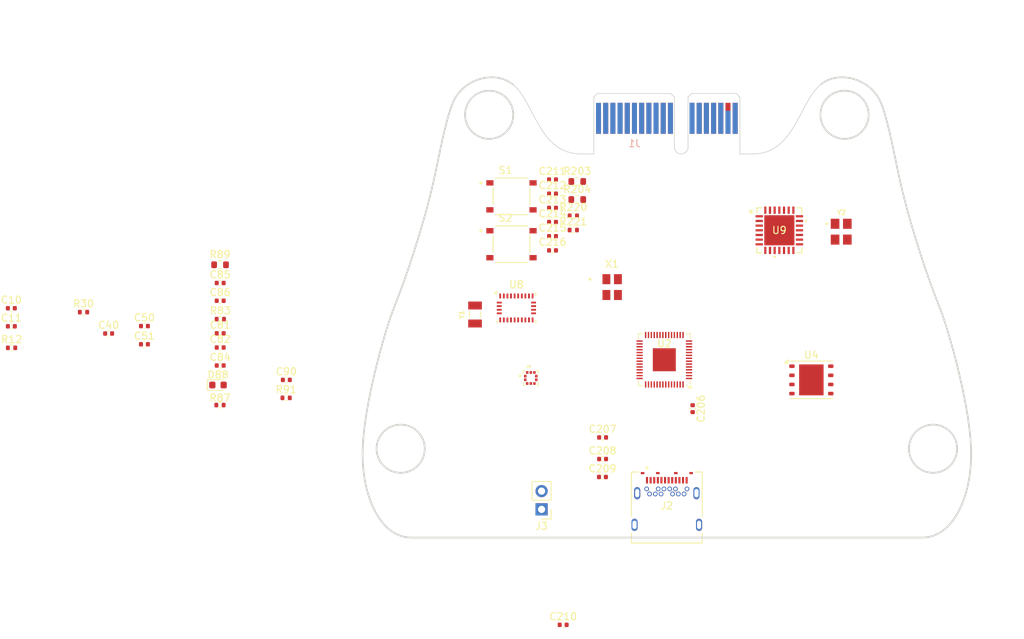
<source format=kicad_pcb>
(kicad_pcb (version 20240108) (generator "pcbnew") (generator_version "8.0")
  (layers (0 "F.Cu" signal) (31 "B.Cu" signal) (34 "B.Paste" user) (35 "F.Paste" user) (36 "B.SilkS" user "B.Silkscreen") (37 "F.SilkS" user "F.Silkscreen") (38 "B.Mask" user) (39 "F.Mask" user) (44 "Edge.Cuts" user))
  (net 0 "")
  (net 1 "CANL")
  (net 3 "+1.1V")
  (net 4 "+7.4V")
  (net 8 "CANH")
  (net 10 "CANINT")
  (net 15 "/XIN")
  (net 17 "Net-(U8-XOUT32)")
  (net 18 "BMPINT")
  (net 21 "Net-(U8-CAP)")
  (net 22 "BNORESET")
  (net 25 "BNOINT")
  (net 26 "Net-(U8-XIN32)")
  (net 29 "Net-(D88-A)")
  (net 34 "CS")
  (net 35 "CANSTBY")
  (net 36 "+3V3")
  (net 37 "SDA")
  (net 39 "Net-(S1-PadC)")
  (net 40 "GND")
  (net 42 "SCL")
  (net 44 "Net-(U2-USB_DP)")
  (net 46 "UDB_D+")
  (net 50 "Net-(C11-Pad1)")
  (net 55 "SI")
  (net 57 "SCK")
  (net 59 "SO")
  (net 60 "UDB_D-")
  (net 64 "/XOUT")
  (net 70 "OSC1")
  (net 73 "/USB_D+")
  (net 74 "BOOT_LOAD")
  (net 77 "OSC2")
  (net 90 "tx")
  (net 92 "/QSPI_SS")
  (net 93 "/QSPI_SCLK")
  (net 94 "/QSPI_SD1")
  (net 95 "/QSPI_SD0")
  (net 96 "/QSPI_SD3")
  (net 97 "/QSPI_SD2")
  (net 98 "/~{USB_BOOT_S}")
  (net 99 "/USB_D-")
  (net 100 "Net-(U2-USB_DM)")
  (net 101 "+3.3V")
  (net 102 "Net-(D88-K)")
  (net 107 "CANRESET")
  (net 109 "rx")
  (net 113 "+5V")
  (net 114 "Net-(S1-PadA)")
  (net 115 "Net-(S2-PadA)")
  (net 116 "Net-(S2-PadC)")
  (footprint "Package_SON:WSON-8-1EP_6x5mm_P1.27mm_EP3.4x4.3mm" (layer "F.Cu") (at 166.5 100.5)
    (property "Reference" "U4" (at 0 -3.45 0) (layer "F.SilkS"))
    (property "Value" "W25Q128JVP")
    (pad "1" smd roundrect (at -2.7 -1.905) (size 0.75 0.5) (layers "F.Cu" "F.Paste" "F.Mask") (net 92 "/QSPI_SS"))
    (pad "2" smd roundrect (at -2.7 -0.635) (size 0.75 0.5) (layers "F.Cu" "F.Paste" "F.Mask") (net 94 "/QSPI_SD1"))
    (pad "3" smd roundrect (at -2.7 0.635) (size 0.75 0.5) (layers "F.Cu" "F.Paste" "F.Mask") (net 97 "/QSPI_SD2"))
    (pad "4" smd roundrect (at -2.7 1.905) (size 0.75 0.5) (layers "F.Cu" "F.Paste" "F.Mask") (net 40 "GND"))
    (pad "5" smd roundrect (at 2.7 1.905) (size 0.75 0.5) (layers "F.Cu" "F.Paste" "F.Mask") (net 95 "/QSPI_SD0"))
    (pad "6" smd roundrect (at 2.7 0.635) (size 0.75 0.5) (layers "F.Cu" "F.Paste" "F.Mask") (net 93 "/QSPI_SCLK"))
    (pad "7" smd roundrect (at 2.7 -0.635) (size 0.75 0.5) (layers "F.Cu" "F.Paste" "F.Mask") (net 96 "/QSPI_SD3"))
    (pad "8" smd roundrect (at 2.7 -1.905) (size 0.75 0.5) (layers "F.Cu" "F.Paste" "F.Mask") (net 101 "+3.3V"))
    (pad "9" smd rect (at 0 0) (size 3.4 4.3) (property pad_prop_heatsink) (layers "F.Cu" "F.Mask"))
  )
  (footprint "Capacitor_SMD:C_0402_1005Metric" (layer "F.Cu") (at 130.52 78.56)
    (property "Reference" "C214" (at 0 -1.16 0) (layer "F.SilkS"))
    (property "Value" "100n")
    (pad "1" smd roundrect (at -0.48 0) (size 0.56 0.62) (layers "F.Cu" "F.Paste" "F.Mask") (net 101 "+3.3V"))
    (pad "2" smd roundrect (at 0.48 0) (size 0.56 0.62) (layers "F.Cu" "F.Paste" "F.Mask") (net 40 "GND"))
  )
  (footprint "Resistor_SMD:R_0402_1005Metric" (layer "F.Cu") (at 55.325 96.04)
    (property "Reference" "R12" (at 0 -1.17 0) (layer "F.SilkS"))
    (property "Value" "1k")
    (pad "1" smd roundrect (at -0.51 0) (size 0.54 0.64) (layers "F.Cu" "F.Paste" "F.Mask") (net 64 "/XOUT"))
    (pad "2" smd roundrect (at 0.51 0) (size 0.54 0.64) (layers "F.Cu" "F.Paste" "F.Mask") (net 50 "Net-(C11-Pad1)"))
  )
  (footprint "BMP388:PQFN50P200X200X80-10N" (layer "F.Cu") (at 127.5 100.235)
    (property "Reference" "U5" (at -0.284383 -1.605376 0) (layer "F.SilkS") (effects (font (size 0.320434 0.320434) (thickness 0.080109))))
    (property "Value" "BMP388")
    (pad "1" smd roundrect (at -0.765 -0.25) (size 0.35 0.38) (layers "F.Cu" "F.Paste" "F.Mask") (roundrect_rratio 0.045) (net 101 "+3.3V"))
    (pad "2" smd roundrect (at -0.765 0.25) (size 0.35 0.38) (layers "F.Cu" "F.Paste" "F.Mask") (roundrect_rratio 0.045) (net 42 "SCL"))
    (pad "3" smd roundrect (at -0.5 0.765) (size 0.35 0.38) (layers "F.Cu" "F.Paste" "F.Mask") (roundrect_rratio 0.045) (net 40 "GND"))
    (pad "4" smd roundrect (at 0 0.765) (size 0.35 0.38) (layers "F.Cu" "F.Paste" "F.Mask") (roundrect_rratio 0.045) (net 37 "SDA"))
    (pad "5" smd roundrect (at 0.5 0.765) (size 0.35 0.38) (layers "F.Cu" "F.Paste" "F.Mask") (roundrect_rratio 0.045) (net 40 "GND"))
    (pad "6" smd roundrect (at 0.765 0.25) (size 0.35 0.38) (layers "F.Cu" "F.Paste" "F.Mask") (roundrect_rratio 0.045) (net 101 "+3.3V"))
    (pad "7" smd roundrect (at 0.765 -0.25) (size 0.35 0.38) (layers "F.Cu" "F.Paste" "F.Mask") (roundrect_rratio 0.045) (net 18 "BMPINT"))
    (pad "8" smd roundrect (at 0.5 -0.765) (size 0.35 0.38) (layers "F.Cu" "F.Paste" "F.Mask") (roundrect_rratio 0.045) (net 40 "GND"))
    (pad "9" smd roundrect (at 0 -0.765) (size 0.35 0.38) (layers "F.Cu" "F.Paste" "F.Mask") (roundrect_rratio 0.045) (net 40 "GND"))
    (pad "10" smd roundrect (at -0.5 -0.765) (size 0.35 0.38) (layers "F.Cu" "F.Paste" "F.Mask") (roundrect_rratio 0.045) (net 101 "+3.3V"))
  )
  (footprint "Resistor_SMD:R_0603_1608Metric" (layer "F.Cu") (at 133.96 75.43)
    (property "Reference" "R204" (at 0 -1.43 0) (layer "F.SilkS"))
    (property "Value" "27")
    (pad "1" smd roundrect (at -0.825 0) (size 0.8 0.95) (layers "F.Cu" "F.Paste" "F.Mask") (net 99 "/USB_D-"))
    (pad "2" smd roundrect (at 0.825 0) (size 0.8 0.95) (layers "F.Cu" "F.Paste" "F.Mask") (net 100 "Net-(U2-USB_DM)"))
  )
  (footprint "Capacitor_SMD:C_0402_1005Metric" (layer "F.Cu") (at 130.52 74.62)
    (property "Reference" "C212" (at 0 -1.16 0) (layer "F.SilkS"))
    (property "Value" "100n")
    (pad "1" smd roundrect (at -0.48 0) (size 0.56 0.62) (layers "F.Cu" "F.Paste" "F.Mask") (net 101 "+3.3V"))
    (pad "2" smd roundrect (at 0.48 0) (size 0.56 0.62) (layers "F.Cu" "F.Paste" "F.Mask") (net 40 "GND"))
  )
  (footprint "Capacitor_SMD:C_0402_1005Metric" (layer "F.Cu") (at 137.48 108.5)
    (property "Reference" "C207" (at 0 -1.16 0) (layer "F.SilkS"))
    (property "Value" "100n")
    (pad "1" smd roundrect (at -0.48 0) (size 0.56 0.62) (layers "F.Cu" "F.Paste" "F.Mask") (net 3 "+1.1V"))
    (pad "2" smd roundrect (at 0.48 0) (size 0.56 0.62) (layers "F.Cu" "F.Paste" "F.Mask") (net 40 "GND"))
  )
  (footprint "Capacitor_SMD:C_0402_1005Metric" (layer "F.Cu") (at 84.325 98.5)
    (property "Reference" "C84" (at 0 -1.16 0) (layer "F.SilkS"))
    (property "Value" "1u")
    (pad "1" smd roundrect (at -0.48 0) (size 0.56 0.62) (layers "F.Cu" "F.Paste" "F.Mask") (net 40 "GND"))
    (pad "2" smd roundrect (at 0.48 0) (size 0.56 0.62) (layers "F.Cu" "F.Paste" "F.Mask") (net 21 "Net-(U8-CAP)"))
  )
  (footprint "X322516MLB4SI:OSC_X322516MLB4SI" (layer "F.Cu") (at 170.65 79.9)
    (property "Reference" "Y2" (at 0.032 -2.6564 0) (layer "F.SilkS") (effects (font (size 0.64 0.64))))
    (property "Value" "X322516MLB4SI")
    (pad "1" smd rect (at -0.85 -1.1) (size 1.2 1.4) (layers "F.Cu" "F.Paste" "F.Mask") (net 70 "OSC1"))
    (pad "2" smd rect (at -0.85 1.1) (size 1.2 1.4) (layers "F.Cu" "F.Paste" "F.Mask") (net 40 "GND"))
    (pad "3" smd rect (at 0.85 1.1) (size 1.2 1.4) (layers "F.Cu" "F.Paste" "F.Mask") (net 77 "OSC2"))
    (pad "4" smd rect (at 0.85 -1.1) (size 1.2 1.4) (layers "F.Cu" "F.Paste" "F.Mask") (net 40 "GND"))
  )
  (footprint "TS-1187A-B-A-B:SW_TS-1187A-B-A-B" (layer "F.Cu") (at 124.815 81.64)
    (property "Reference" "S2" (at -0.825 -3.635 0) (layer "F.SilkS"))
    (property "Value" "TS-1187A-B-A-B")
    (pad "A" smd rect (at -3 -1.875) (size 1 0.75) (layers "F.Cu" "F.Paste" "F.Mask") (net 115 "Net-(S2-PadA)"))
    (pad "B" smd rect (at 3 -1.875) (size 1 0.75) (layers "F.Cu" "F.Paste" "F.Mask") (net 115 "Net-(S2-PadA)"))
    (pad "C" smd rect (at -3 1.875) (size 1 0.75) (layers "F.Cu" "F.Paste" "F.Mask") (net 116 "Net-(S2-PadC)"))
    (pad "D" smd rect (at 3 1.875) (size 1 0.75) (layers "F.Cu" "F.Paste" "F.Mask") (net 116 "Net-(S2-PadC)"))
  )
  (footprint "TYPE-C-31-M-04:HRO_TYPE-C-31-M-04" (layer "F.Cu") (at 146.41 114.4475)
    (property "Reference" "J2" (at 0 3.5525 0) (layer "F.SilkS"))
    (property "Value" "TYPE-C-31-M-04")
    (pad "" np_thru_hole circle (at -3.6 0.56) (size 0.675 0.675) (drill 0.675) (layers "*.Cu" "*.Mask"))
    (pad "" np_thru_hole circle (at 3.75 0.56) (size 0.675 0.675) (drill 0.675) (layers "*.Cu" "*.Mask"))
    (pad "A1" smd rect (at -2.75 0) (size 0.3 0.9) (layers "F.Cu" "F.Paste" "F.Mask") (net 40 "GND"))
    (pad "A2" smd rect (at -2.25 0) (size 0.3 0.9) (layers "F.Cu" "F.Paste" "F.Mask"))
    (pad "A3" smd rect (at -1.75 0) (size 0.3 0.9) (layers "F.Cu" "F.Paste" "F.Mask"))
    (pad "A4" smd rect (at -1.25 0) (size 0.3 0.9) (layers "F.Cu" "F.Paste" "F.Mask"))
    (pad "A5" smd rect (at -0.75 0) (size 0.3 0.9) (layers "F.Cu" "F.Paste" "F.Mask"))
    (pad "A6" smd rect (at -0.25 0) (size 0.3 0.9) (layers "F.Cu" "F.Paste" "F.Mask") (net 46 "UDB_D+"))
    (pad "A7" smd rect (at 0.25 0) (size 0.3 0.9) (layers "F.Cu" "F.Paste" "F.Mask") (net 60 "UDB_D-"))
    (pad "A8" smd rect (at 0.75 0) (size 0.3 0.9) (layers "F.Cu" "F.Paste" "F.Mask"))
    (pad "A9" smd rect (at 1.25 0) (size 0.3 0.9) (layers "F.Cu" "F.Paste" "F.Mask"))
    (pad "A10" smd rect (at 1.75 0) (size 0.3 0.9) (layers "F.Cu" "F.Paste" "F.Mask"))
    (pad "A11" smd rect (at 2.25 0) (size 0.3 0.9) (layers "F.Cu" "F.Paste" "F.Mask"))
    (pad "A12" smd rect (at 2.75 0) (size 0.3 0.9) (layers "F.Cu" "F.Paste" "F.Mask") (net 40 "GND"))
    (pad "B1" thru_hole circle (at 2.8 1.21) (size 0.64 0.64) (drill 0.4) (layers "*.Cu" "*.Mask") (net 40 "GND"))
    (pad "B2" thru_hole circle (at 2.4 1.91) (size 0.64 0.64) (drill 0.4) (layers "*.Cu" "*.Mask"))
    (pad "B3" thru_hole circle (at 1.6 1.91) (size 0.64 0.64) (drill 0.4) (layers "*.Cu" "*.Mask"))
    (pad "B4" thru_hole circle (at 1.2 1.21) (size 0.64 0.64) (drill 0.4) (layers "*.Cu" "*.Mask"))
    (pad "B5" thru_hole circle (at 0.8 1.91) (size 0.64 0.64) (drill 0.4) (layers "*.Cu" "*.Mask"))
    (pad "B6" thru_hole circle (at 0.4 1.21) (size 0.64 0.64) (drill 0.4) (layers "*.Cu" "*.Mask") (net 46 "UDB_D+"))
    (pad "B7" thru_hole circle (at -0.4 1.21) (size 0.64 0.64) (drill 0.4) (layers "*.Cu" "*.Mask") (net 60 "UDB_D-"))
    (pad "B8" thru_hole circle (at -0.8 1.91) (size 0.64 0.64) (drill 0.4) (layers "*.Cu" "*.Mask"))
    (pad "B9" thru_hole circle (at -1.2 1.21) (size 0.64 0.64) (drill 0.4) (layers "*.Cu" "*.Mask"))
    (pad "B10" thru_hole circle (at -1.6 1.91) (size 0.64 0.64) (drill 0.4) (layers "*.Cu" "*.Mask"))
    (pad "B11" thru_hole circle (at -2.4 1.91) (size 0.64 0.64) (drill 0.4) (layers "*.Cu" "*.Mask"))
    (pad "B12" thru_hole circle (at -2.8 1.21) (size 0.64 0.64) (drill 0.4) (layers "*.Cu" "*.Mask") (net 40 "GND"))
    (pad "S1" smd rect (at -3.37 -0.99) (size 0.5 0.3) (layers "F.Cu" "F.Paste" "F.Mask") (net 40 "GND"))
    (pad "S2" smd rect (at -1.25 -0.99) (size 0.5 0.3) (layers "F.Cu" "F.Paste" "F.Mask") (net 40 "GND"))
    (pad "S3" smd rect (at 1.25 -0.99) (size 0.5 0.3) (layers "F.Cu" "F.Paste" "F.Mask") (net 40 "GND"))
    (pad "S4" smd rect (at 3.38 -0.99) (size 0.5 0.3) (layers "F.Cu" "F.Paste" "F.Mask") (net 40 "GND"))
    (pad "S5" thru_hole oval (at -4.12 1.8) (size 0.85 1.7) (drill oval 0.55 1.15) (layers "*.Cu" "*.Mask") (net 40 "GND"))
    (pad "S6" thru_hole oval (at 4.12 1.8) (size 0.85 1.7) (drill oval 0.55 1.15) (layers "*.Cu" "*.Mask") (net 40 "GND"))
    (pad "S7" thru_hole oval (at -4.49 6.2) (size 0.85 1.7) (drill oval 0.55 1.15) (layers "*.Cu" "*.Mask") (net 40 "GND"))
    (pad "S8" thru_hole oval (at 4.48 6.2) (size 0.85 1.7) (drill oval 0.55 1.15) (layers "*.Cu" "*.Mask") (net 40 "GND"))
  )
  (footprint "Capacitor_SMD:C_0402_1005Metric" (layer "F.Cu") (at 84.325 89.5)
    (property "Reference" "C86" (at 0 -1.16 0) (layer "F.SilkS"))
    (property "Value" "22p")
    (pad "1" smd roundrect (at -0.48 0) (size 0.56 0.62) (layers "F.Cu" "F.Paste" "F.Mask") (net 40 "GND"))
    (pad "2" smd roundrect (at 0.48 0) (size 0.56 0.62) (layers "F.Cu" "F.Paste" "F.Mask") (net 26 "Net-(U8-XIN32)"))
  )
  (footprint "MCP25625T_E_ML:QFN28_6X6MC_MCH" (layer "F.Cu") (at 162.050001 79.706)
    (property "Reference" "U9" (at 0 0 0) (layer "F.SilkS"))
    (property "Value" "MCP25625T-E/ML")
    (fp_text user "*" (at -3.937 -2.275 0) (layer "F.SilkS"))
    (fp_text user "*" (at -3.937 -2.275 0) (layer "F.SilkS"))
    (pad "1" smd rect (at -2.794 -1.950001 90) (size 0.3048 1.016) (layers "F.Cu" "F.Paste" "F.Mask") (net 34 "CS"))
    (pad "2" smd rect (at -2.794 -1.3 90) (size 0.3048 1.016) (layers "F.Cu" "F.Paste" "F.Mask") (net 107 "CANRESET"))
    (pad "3" smd rect (at -2.794 -0.649999 90) (size 0.3048 1.016) (layers "F.Cu" "F.Paste" "F.Mask") (net 101 "+3.3V"))
    (pad "4" smd rect (at -2.794 0 90) (size 0.3048 1.016) (layers "F.Cu" "F.Paste" "F.Mask") (net 90 "tx"))
    (pad "5" smd rect (at -2.794 0.649999 90) (size 0.3048 1.016) (layers "F.Cu" "F.Paste" "F.Mask") (net 109 "rx"))
    (pad "6" smd rect (at -2.794 1.3 90) (size 0.3048 1.016) (layers "F.Cu" "F.Paste" "F.Mask"))
    (pad "7" smd rect (at -2.794 1.949999 90) (size 0.3048 1.016) (layers "F.Cu" "F.Paste" "F.Mask"))
    (pad "8" smd rect (at -1.950001 2.794) (size 0.3048 1.016) (layers "F.Cu" "F.Paste" "F.Mask"))
    (pad "9" smd rect (at -1.3 2.794) (size 0.3048 1.016) (layers "F.Cu" "F.Paste" "F.Mask"))
    (pad "10" smd rect (at -0.650001 2.794) (size 0.3048 1.016) (layers "F.Cu" "F.Paste" "F.Mask") (net 109 "rx"))
    (pad "11" smd rect (at 0 2.794) (size 0.3048 1.016) (layers "F.Cu" "F.Paste" "F.Mask") (net 101 "+3.3V"))
    (pad "12" smd rect (at 0.649999 2.794) (size 0.3048 1.016) (layers "F.Cu" "F.Paste" "F.Mask") (net 1 "CANL"))
    (pad "13" smd rect (at 1.3 2.794) (size 0.3048 1.016) (layers "F.Cu" "F.Paste" "F.Mask") (net 8 "CANH"))
    (pad "14" smd rect (at 1.949999 2.794) (size 0.3048 1.016) (layers "F.Cu" "F.Paste" "F.Mask"))
    (pad "15" smd rect (at 2.794 1.950001 90) (size 0.3048 1.016) (layers "F.Cu" "F.Paste" "F.Mask") (net 35 "CANSTBY"))
    (pad "16" smd rect (at 2.794 1.3 90) (size 0.3048 1.016) (layers "F.Cu" "F.Paste" "F.Mask") (net 90 "tx"))
    (pad "17" smd rect (at 2.794 0.650001 90) (size 0.3048 1.016) (layers "F.Cu" "F.Paste" "F.Mask"))
    (pad "18" smd rect (at 2.794 0 90) (size 0.3048 1.016) (layers "F.Cu" "F.Paste" "F.Mask") (net 40 "GND"))
    (pad "19" smd rect (at 2.794 -0.649999 90) (size 0.3048 1.016) (layers "F.Cu" "F.Paste" "F.Mask") (net 113 "+5V"))
    (pad "20" smd rect (at 2.794 -1.3 90) (size 0.3048 1.016) (layers "F.Cu" "F.Paste" "F.Mask") (net 77 "OSC2"))
    (pad "21" smd rect (at 2.794 -1.949999 90) (size 0.3048 1.016) (layers "F.Cu" "F.Paste" "F.Mask") (net 70 "OSC1"))
    (pad "22" smd rect (at 1.950001 -2.794) (size 0.3048 1.016) (layers "F.Cu" "F.Paste" "F.Mask") (net 40 "GND"))
    (pad "23" smd rect (at 1.3 -2.794) (size 0.3048 1.016) (layers "F.Cu" "F.Paste" "F.Mask"))
    (pad "24" smd rect (at 0.650001 -2.794) (size 0.3048 1.016) (layers "F.Cu" "F.Paste" "F.Mask"))
    (pad "25" smd rect (at 0 -2.794) (size 0.3048 1.016) (layers "F.Cu" "F.Paste" "F.Mask") (net 10 "CANINT"))
    (pad "26" smd rect (at -0.649999 -2.794) (size 0.3048 1.016) (layers "F.Cu" "F.Paste" "F.Mask") (net 57 "SCK"))
    (pad "27" smd rect (at -1.3 -2.794) (size 0.3048 1.016) (layers "F.Cu" "F.Paste" "F.Mask") (net 55 "SI"))
    (pad "28" smd rect (at -1.949999 -2.794) (size 0.3048 1.016) (layers "F.Cu" "F.Paste" "F.Mask") (net 59 "SO"))
    (pad "29" smd rect (at 0 0) (size 4.191 4.191) (layers "F.Cu" "F.Paste" "F.Mask") (net 40 "GND"))
  )
  (footprint "Resistor_SMD:R_0402_1005Metric" (layer "F.Cu") (at 133.41 79.67)
    (property "Reference" "R221" (at 0 -1.17 0) (layer "F.SilkS"))
    (property "Value" "4.7k")
    (pad "1" smd roundrect (at -0.51 0) (size 0.54 0.64) (layers "F.Cu" "F.Paste" "F.Mask") (net 42 "SCL"))
    (pad "2" smd roundrect (at 0.51 0) (size 0.54 0.64) (layers "F.Cu" "F.Paste" "F.Mask") (net 36 "+3V3"))
  )
  (footprint "Capacitor_SMD:C_0402_1005Metric" (layer "F.Cu") (at 55.295 90.54)
    (property "Reference" "C10" (at 0 -1.16 0) (layer "F.SilkS"))
    (property "Value" "15p")
    (pad "1" smd roundrect (at -0.48 0) (size 0.56 0.62) (layers "F.Cu" "F.Paste" "F.Mask") (net 15 "/XIN"))
    (pad "2" smd roundrect (at 0.48 0) (size 0.56 0.62) (layers "F.Cu" "F.Paste" "F.Mask") (net 40 "GND"))
  )
  (footprint "Capacitor_SMD:C_0402_1005Metric" (layer "F.Cu") (at 150 104.5 -90)
    (property "Reference" "C206" (at 0 -1.16 90) (layer "F.SilkS"))
    (property "Value" "100n")
    (pad "1" smd roundrect (at -0.48 0 270) (size 0.56 0.62) (layers "F.Cu" "F.Paste" "F.Mask") (net 3 "+1.1V"))
    (pad "2" smd roundrect (at 0.48 0 270) (size 0.56 0.62) (layers "F.Cu" "F.Paste" "F.Mask") (net 40 "GND"))
  )
  (footprint "Capacitor_SMD:C_0402_1005Metric" (layer "F.Cu") (at 130.52 72.65)
    (property "Reference" "C211" (at 0 -1.16 0) (layer "F.SilkS"))
    (property "Value" "100n")
    (pad "1" smd roundrect (at -0.48 0) (size 0.56 0.62) (layers "F.Cu" "F.Paste" "F.Mask") (net 101 "+3.3V"))
    (pad "2" smd roundrect (at 0.48 0) (size 0.56 0.62) (layers "F.Cu" "F.Paste" "F.Mask") (net 40 "GND"))
  )
  (footprint "LED_SMD:LED_0603_1608Metric" (layer "F.Cu") (at 84.0175 101.21)
    (property "Reference" "D88" (at 0 -1.43 0) (layer "F.SilkS"))
    (property "Value" "LED")
    (pad "1" smd roundrect (at -0.7875 0) (size 0.875 0.95) (layers "F.Cu" "F.Paste" "F.Mask") (net 102 "Net-(D88-K)"))
    (pad "2" smd roundrect (at 0.7875 0) (size 0.875 0.95) (layers "F.Cu" "F.Paste" "F.Mask") (net 29 "Net-(D88-A)"))
  )
  (footprint "Capacitor_SMD:C_0402_1005Metric" (layer "F.Cu") (at 137.48 111.5)
    (property "Reference" "C208" (at 0 -1.16 0) (layer "F.SilkS"))
    (property "Value" "1u")
    (pad "1" smd roundrect (at -0.48 0) (size 0.56 0.62) (layers "F.Cu" "F.Paste" "F.Mask") (net 3 "+1.1V"))
    (pad "2" smd roundrect (at 0.48 0) (size 0.56 0.62) (layers "F.Cu" "F.Paste" "F.Mask") (net 40 "GND"))
  )
  (footprint "Capacitor_SMD:C_0402_1005Metric" (layer "F.Cu") (at 84.325 94.03)
    (property "Reference" "C81" (at 0 -1.16 0) (layer "F.SilkS"))
    (property "Value" "100n")
    (pad "1" smd roundrect (at -0.48 0) (size 0.56 0.62) (layers "F.Cu" "F.Paste" "F.Mask") (net 101 "+3.3V"))
    (pad "2" smd roundrect (at 0.48 0) (size 0.56 0.62) (layers "F.Cu" "F.Paste" "F.Mask") (net 40 "GND"))
  )
  (footprint "Resistor_SMD:R_0402_1005Metric" (layer "F.Cu") (at 84.295 104)
    (property "Reference" "R87" (at 0 -1 0) (layer "F.SilkS"))
    (property "Value" "10k")
    (pad "1" smd roundrect (at -0.51 0) (size 0.54 0.64) (layers "F.Cu" "F.Paste" "F.Mask") (net 74 "BOOT_LOAD"))
    (pad "2" smd roundrect (at 0.51 0) (size 0.54 0.64) (layers "F.Cu" "F.Paste" "F.Mask") (net 101 "+3.3V"))
  )
  (footprint "Capacitor_SMD:C_0402_1005Metric" (layer "F.Cu") (at 55.295 93.05)
    (property "Reference" "C11" (at 0 -1.16 0) (layer "F.SilkS"))
    (property "Value" "15p")
    (pad "1" smd roundrect (at -0.48 0) (size 0.56 0.62) (layers "F.Cu" "F.Paste" "F.Mask") (net 50 "Net-(C11-Pad1)"))
    (pad "2" smd roundrect (at 0.48 0) (size 0.56 0.62) (layers "F.Cu" "F.Paste" "F.Mask") (net 40 "GND"))
  )
  (footprint "crystal:ABM8-272-T3_ABR" (layer "F.Cu") (at 138.8123 87.6)
    (property "Reference" "X1" (at -0.020001 -3.2 0) (layer "F.SilkS"))
    (property "Value" "ABM8-272-T3")
    (pad "1" smd rect (at -0.800001 -1.1) (size 1.1 1.4) (layers "F.Cu" "F.Paste" "F.Mask") (net 15 "/XIN"))
    (pad "2" smd rect (at -0.800001 1.1) (size 1.1 1.4) (layers "F.Cu" "F.Paste" "F.Mask") (net 40 "GND"))
    (pad "3" smd rect (at 0.800001 1.1) (size 1.1 1.4) (layers "F.Cu" "F.Paste" "F.Mask") (net 50 "Net-(C11-Pad1)"))
    (pad "4" smd rect (at 0.800001 -1.1) (size 1.1 1.4) (layers "F.Cu" "F.Paste" "F.Mask") (net 40 "GND"))
  )
  (footprint "Capacitor_SMD:C_0402_1005Metric" (layer "F.Cu") (at 130.52 76.59)
    (property "Reference" "C213" (at 0 -1.16 0) (layer "F.SilkS"))
    (property "Value" "100n")
    (pad "1" smd roundrect (at -0.48 0) (size 0.56 0.62) (layers "F.Cu" "F.Paste" "F.Mask") (net 101 "+3.3V"))
    (pad "2" smd roundrect (at 0.48 0) (size 0.56 0.62) (layers "F.Cu" "F.Paste" "F.Mask") (net 40 "GND"))
  )
  (footprint "Capacitor_SMD:C_0402_1005Metric" (layer "F.Cu") (at 130.52 82.5)
    (property "Reference" "C216" (at 0 -1.16 0) (layer "F.SilkS"))
    (property "Value" "100n")
    (pad "1" smd roundrect (at -0.48 0) (size 0.56 0.62) (layers "F.Cu" "F.Paste" "F.Mask") (net 101 "+3.3V"))
    (pad "2" smd roundrect (at 0.48 0) (size 0.56 0.62) (layers "F.Cu" "F.Paste" "F.Mask") (net 40 "GND"))
  )
  (footprint "Connector_PinHeader_2.54mm:PinHeader_1x02_P2.54mm_Vertical" (layer "F.Cu") (at 129 118.5 180)
    (property "Reference" "J3" (at 0 -2.33 360) (layer "F.SilkS"))
    (property "Value" "Conn_01x02")
    (pad "1" thru_hole rect (at 0 0 180) (size 1.7 1.7) (drill 1) (layers "*.Cu" "*.Mask") (net 98 "/~{USB_BOOT_S}"))
    (pad "2" thru_hole oval (at 0 2.54 180) (size 1.7 1.7) (drill 1) (layers "*.Cu" "*.Mask") (net 40 "GND"))
  )
  (footprint "Capacitor_SMD:C_0402_1005Metric" (layer "F.Cu") (at 130.52 80.53)
    (property "Reference" "C215" (at 0 -1.16 0) (layer "F.SilkS"))
    (property "Value" "100n")
    (pad "1" smd roundrect (at -0.48 0) (size 0.56 0.62) (layers "F.Cu" "F.Paste" "F.Mask") (net 101 "+3.3V"))
    (pad "2" smd roundrect (at 0.48 0) (size 0.56 0.62) (layers "F.Cu" "F.Paste" "F.Mask") (net 40 "GND"))
  )
  (footprint "Resistor_SMD:R_0402_1005Metric" (layer "F.Cu") (at 93.49 103)
    (property "Reference" "R91" (at 0 -1.17 0) (layer "F.SilkS"))
    (property "Value" "10k")
    (pad "1" smd roundrect (at -0.51 0) (size 0.54 0.64) (layers "F.Cu" "F.Paste" "F.Mask") (net 101 "+3.3V"))
    (pad "2" smd roundrect (at 0.51 0) (size 0.54 0.64) (layers "F.Cu" "F.Paste" "F.Mask") (net 107 "CANRESET"))
  )
  (footprint "Capacitor_SMD:C_0402_1005Metric" (layer "F.Cu") (at 84.325 96)
    (property "Reference" "C82" (at 0 -1.16 0) (layer "F.SilkS"))
    (property "Value" "100n")
    (pad "1" smd roundrect (at -0.48 0) (size 0.56 0.62) (layers "F.Cu" "F.Paste" "F.Mask") (net 40 "GND"))
    (pad "2" smd roundrect (at 0.48 0) (size 0.56 0.62) (layers "F.Cu" "F.Paste" "F.Mask") (net 101 "+3.3V"))
  )
  (footprint "Capacitor_SMD:C_0402_1005Metric" (layer "F.Cu") (at 132 134.55)
    (property "Reference" "C210" (at 0 -1.16 0) (layer "F.SilkS"))
    (property "Value" "1u")
    (pad "1" smd roundrect (at -0.48 0) (size 0.56 0.62) (layers "F.Cu" "F.Paste" "F.Mask") (net 101 "+3.3V"))
    (pad "2" smd roundrect (at 0.48 0) (size 0.56 0.62) (layers "F.Cu" "F.Paste" "F.Mask") (net 40 "GND"))
  )
  (footprint "Capacitor_SMD:C_0402_1005Metric" (layer "F.Cu") (at 84.325 87.03)
    (property "Reference" "C85" (at 0 -1.16 0) (layer "F.SilkS"))
    (property "Value" "22p")
    (pad "1" smd roundrect (at -0.48 0) (size 0.56 0.62) (layers "F.Cu" "F.Paste" "F.Mask") (net 17 "Net-(U8-XOUT32)"))
    (pad "2" smd roundrect (at 0.48 0) (size 0.56 0.62) (layers "F.Cu" "F.Paste" "F.Mask") (net 40 "GND"))
  )
  (footprint "Package_LGA:LGA-28_5.2x3.8mm_P0.5mm" (layer "F.Cu") (at 125.5 90.5)
    (property "Reference" "U8" (at 0 -3.25 0) (layer "F.SilkS"))
    (property "Value" "BNO055")
    (pad "1" smd rect (at -2.25 -1.6625) (size 0.254 0.675) (layers "F.Cu" "F.Paste" "F.Mask"))
    (pad "2" smd rect (at -2.3875 -0.75 90) (size 0.254 0.675) (layers "F.Cu" "F.Paste" "F.Mask") (net 40 "GND"))
    (pad "3" smd rect (at -2.3875 -0.25 90) (size 0.254 0.675) (layers "F.Cu" "F.Paste" "F.Mask") (net 101 "+3.3V"))
    (pad "4" smd rect (at -2.3875 0.25 90) (size 0.254 0.675) (layers "F.Cu" "F.Paste" "F.Mask") (net 74 "BOOT_LOAD"))
    (pad "5" smd rect (at -2.3875 0.75 90) (size 0.254 0.675) (layers "F.Cu" "F.Paste" "F.Mask") (net 40 "GND"))
    (pad "6" smd rect (at -2.25 1.6625) (size 0.254 0.675) (layers "F.Cu" "F.Paste" "F.Mask") (net 40 "GND"))
    (pad "7" smd rect (at -1.75 1.6625) (size 0.254 0.675) (layers "F.Cu" "F.Paste" "F.Mask"))
    (pad "8" smd rect (at -1.25 1.6625) (size 0.254 0.675) (layers "F.Cu" "F.Paste" "F.Mask"))
    (pad "9" smd rect (at -0.75 1.6625) (size 0.254 0.675) (layers "F.Cu" "F.Paste" "F.Mask") (net 21 "Net-(U8-CAP)"))
    (pad "10" smd rect (at -0.25 1.6625) (size 0.254 0.675) (layers "F.Cu" "F.Paste" "F.Mask") (net 29 "Net-(D88-A)"))
    (pad "11" smd rect (at 0.25 1.6625) (size 0.254 0.675) (layers "F.Cu" "F.Paste" "F.Mask") (net 22 "BNORESET"))
    (pad "12" smd rect (at 0.75 1.6625) (size 0.254 0.675) (layers "F.Cu" "F.Paste" "F.Mask"))
    (pad "13" smd rect (at 1.25 1.6625) (size 0.254 0.675) (layers "F.Cu" "F.Paste" "F.Mask"))
    (pad "14" smd rect (at 1.75 1.6625) (size 0.254 0.675) (layers "F.Cu" "F.Paste" "F.Mask") (net 25 "BNOINT"))
    (pad "15" smd rect (at 2.25 1.6625) (size 0.254 0.675) (layers "F.Cu" "F.Paste" "F.Mask") (net 40 "GND"))
    (pad "16" smd rect (at 2.3875 0.75 90) (size 0.254 0.675) (layers "F.Cu" "F.Paste" "F.Mask") (net 40 "GND"))
    (pad "17" smd rect (at 2.3875 0.25 90) (size 0.254 0.675) (layers "F.Cu" "F.Paste" "F.Mask") (net 40 "GND"))
    (pad "18" smd rect (at 2.3875 -0.25 90) (size 0.254 0.675) (layers "F.Cu" "F.Paste" "F.Mask") (net 40 "GND"))
    (pad "19" smd rect (at 2.3875 -0.75 90) (size 0.254 0.675) (layers "F.Cu" "F.Paste" "F.Mask") (net 42 "SCL"))
    (pad "20" smd rect (at 2.25 -1.6625) (size 0.254 0.675) (layers "F.Cu" "F.Paste" "F.Mask") (net 37 "SDA"))
    (pad "21" smd rect (at 1.75 -1.6625) (size 0.254 0.675) (layers "F.Cu" "F.Paste" "F.Mask"))
    (pad "22" smd rect (at 1.25 -1.6625) (size 0.254 0.675) (layers "F.Cu" "F.Paste" "F.Mask"))
    (pad "23" smd rect (at 0.75 -1.6625) (size 0.254 0.675) (layers "F.Cu" "F.Paste" "F.Mask"))
    (pad "24" smd rect (at 0.25 -1.6625) (size 0.254 0.675) (layers "F.Cu" "F.Paste" "F.Mask"))
    (pad "25" smd rect (at -0.25 -1.6625) (size 0.254 0.675) (layers "F.Cu" "F.Paste" "F.Mask") (net 40 "GND"))
    (pad "26" smd rect (at -0.75 -1.6625) (size 0.254 0.675) (layers "F.Cu" "F.Paste" "F.Mask") (net 17 "Net-(U8-XOUT32)"))
    (pad "27" smd rect (at -1.25 -1.6625) (size 0.254 0.675) (layers "F.Cu" "F.Paste" "F.Mask") (net 26 "Net-(U8-XIN32)"))
    (pad "28" smd rect (at -1.75 -1.6625) (size 0.254 0.675) (layers "F.Cu" "F.Paste" "F.Mask") (net 101 "+3.3V"))
  )
  (footprint "Resistor_SMD:R_0402_1005Metric" (layer "F.Cu") (at 133.41 77.68)
    (property "Reference" "R220" (at 0 -1.17 0) (layer "F.SilkS"))
    (property "Value" "4.7k")
    (pad "1" smd roundrect (at -0.51 0) (size 0.54 0.64) (layers "F.Cu" "F.Paste" "F.Mask") (net 36 "+3V3"))
    (pad "2" smd roundrect (at 0.51 0) (size 0.54 0.64) (layers "F.Cu" "F.Paste" "F.Mask") (net 37 "SDA"))
  )
  (footprint "ABS07-32.768KHZ-T:XTAL_ABS07-32.768KHZ-T" (layer "F.Cu") (at 119.75 91.4125 90)
    (property "Reference" "Y1" (at -0.018 -1.8564 90) (layer "F.SilkS") (effects (font (size 0.64 0.64))))
    (property "Value" "ABS07-32.768KHZ-T")
    (pad "1" smd rect (at -1.25 0 90) (size 1.1 1.9) (layers "F.Cu" "F.Paste" "F.Mask") (net 17 "Net-(U8-XOUT32)"))
    (pad "2" smd rect (at 1.25 0 90) (size 1.1 1.9) (layers "F.Cu" "F.Paste" "F.Mask") (net 26 "Net-(U8-XIN32)"))
  )
  (footprint "Resistor_SMD:R_0603_1608Metric" (layer "F.Cu") (at 133.96 72.92)
    (property "Reference" "R203" (at 0 -1.43 0) (layer "F.SilkS"))
    (property "Value" "27")
    (pad "1" smd roundrect (at -0.825 0) (size 0.8 0.95) (layers "F.Cu" "F.Paste" "F.Mask") (net 73 "/USB_D+"))
    (pad "2" smd roundrect (at 0.825 0) (size 0.8 0.95) (layers "F.Cu" "F.Paste" "F.Mask") (net 44 "Net-(U2-USB_DP)"))
  )
  (footprint "Package_DFN_QFN:QFN-56-1EP_7x7mm_P0.4mm_EP3.2x3.2mm" (layer "F.Cu") (at 146.0625 97.7 180)
    (property "Reference" "U2" (at -0.00616 2.249418 360) (layer "F.SilkS"))
    (property "Value" "RP2040")
    (pad "1" smd roundrect (at -3.4375 -2.6 180) (size 0.875 0.2) (layers "F.Cu" "F.Paste" "F.Mask") (net 101 "+3.3V"))
    (pad "2" smd roundrect (at -3.4375 -2.2 180) (size 0.875 0.2) (layers "F.Cu" "F.Paste" "F.Mask") (net 37 "SDA"))
    (pad "3" smd roundrect (at -3.4375 -1.8 180) (size 0.875 0.2) (layers "F.Cu" "F.Paste" "F.Mask") (net 42 "SCL"))
    (pad "4" smd roundrect (at -3.4375 -1.4 180) (size 0.875 0.2) (layers "F.Cu" "F.Paste" "F.Mask"))
    (pad "5" smd roundrect (at -3.4375 -1 180) (size 0.875 0.2) (layers "F.Cu" "F.Paste" "F.Mask") (net 18 "BMPINT"))
    (pad "6" smd roundrect (at -3.4375 -0.6 180) (size 0.875 0.2) (layers "F.Cu" "F.Paste" "F.Mask"))
    (pad "7" smd roundrect (at -3.4375 -0.2 180) (size 0.875 0.2) (layers "F.Cu" "F.Paste" "F.Mask"))
    (pad "8" smd roundrect (at -3.4375 0.2 180) (size 0.875 0.2) (layers "F.Cu" "F.Paste" "F.Mask") (net 25 "BNOINT"))
    (pad "9" smd roundrect (at -3.4375 0.6 180) (size 0.875 0.2) (layers "F.Cu" "F.Paste" "F.Mask") (net 22 "BNORESET"))
    (pad "10" smd roundrect (at -3.4375 1 180) (size 0.875 0.2) (layers "F.Cu" "F.Paste" "F.Mask") (net 101 "+3.3V"))
    (pad "11" smd roundrect (at -3.4375 1.4 180) (size 0.875 0.2) (layers "F.Cu" "F.Paste" "F.Mask") (net 74 "BOOT_LOAD"))
    (pad "12" smd roundrect (at -3.4375 1.8 180) (size 0.875 0.2) (layers "F.Cu" "F.Paste" "F.Mask"))
    (pad "13" smd roundrect (at -3.4375 2.2 180) (size 0.875 0.2) (layers "F.Cu" "F.Paste" "F.Mask"))
    (pad "14" smd roundrect (at -3.4375 2.6 180) (size 0.875 0.2) (layers "F.Cu" "F.Paste" "F.Mask") (net 55 "SI"))
    (pad "15" smd roundrect (at -2.6 3.4375 180) (size 0.2 0.875) (layers "F.Cu" "F.Paste" "F.Mask") (net 59 "SO"))
    (pad "16" smd roundrect (at -2.2 3.4375 180) (size 0.2 0.875) (layers "F.Cu" "F.Paste" "F.Mask") (net 34 "CS"))
    (pad "17" smd roundrect (at -1.8 3.4375 180) (size 0.2 0.875) (layers "F.Cu" "F.Paste" "F.Mask") (net 57 "SCK"))
    (pad "18" smd roundrect (at -1.4 3.4375 180) (size 0.2 0.875) (layers "F.Cu" "F.Paste" "F.Mask"))
    (pad "19" smd roundrect (at -1 3.4375 180) (size 0.2 0.875) (layers "F.Cu" "F.Paste" "F.Mask") (net 40 "GND"))
    (pad "20" smd roundrect (at -0.6 3.4375 180) (size 0.2 0.875) (layers "F.Cu" "F.Paste" "F.Mask") (net 15 "/XIN"))
    (pad "21" smd roundrect (at -0.2 3.4375 180) (size 0.2 0.875) (layers "F.Cu" "F.Paste" "F.Mask") (net 64 "/XOUT"))
    (pad "22" smd roundrect (at 0.2 3.4375 180) (size 0.2 0.875) (layers "F.Cu" "F.Paste" "F.Mask") (net 101 "+3.3V"))
    (pad "23" smd roundrect (at 0.6 3.4375 180) (size 0.2 0.875) (layers "F.Cu" "F.Paste" "F.Mask") (net 3 "+1.1V"))
    (pad "24" smd roundrect (at 1 3.4375 180) (size 0.2 0.875) (layers "F.Cu" "F.Paste" "F.Mask"))
    (pad "25" smd roundrect (at 1.4 3.4375 180) (size 0.2 0.875) (layers "F.Cu" "F.Paste" "F.Mask"))
    (pad "26" smd roundrect (at 1.8 3.4375 180) (size 0.2 0.875) (layers "F.Cu" "F.Paste" "F.Mask"))
    (pad "27" smd roundrect (at 2.2 3.4375 180) (size 0.2 0.875) (layers "F.Cu" "F.Paste" "F.Mask") (net 35 "CANSTBY"))
    (pad "28" smd roundrect (at 2.6 3.4375 180) (size 0.2 0.875) (layers "F.Cu" "F.Paste" "F.Mask") (net 10 "CANINT"))
    (pad "29" smd roundrect (at 3.4375 2.6 180) (size 0.875 0.2) (layers "F.Cu" "F.Paste" "F.Mask"))
    (pad "30" smd roundrect (at 3.4375 2.2 180) (size 0.875 0.2) (layers "F.Cu" "F.Paste" "F.Mask"))
    (pad "31" smd roundrect (at 3.4375 1.8 180) (size 0.875 0.2) (layers "F.Cu" "F.Paste" "F.Mask"))
    (pad "32" smd roundrect (at 3.4375 1.4 180) (size 0.875 0.2) (layers "F.Cu" "F.Paste" "F.Mask"))
    (pad "33" smd roundrect (at 3.4375 1 180) (size 0.875 0.2) (layers "F.Cu" "F.Paste" "F.Mask") (net 101 "+3.3V"))
    (pad "34" smd roundrect (at 3.4375 0.6 180) (size 0.875 0.2) (layers "F.Cu" "F.Paste" "F.Mask"))
    (pad "35" smd roundrect (at 3.4375 0.2 180) (size 0.875 0.2) (layers "F.Cu" "F.Paste" "F.Mask"))
    (pad "36" smd roundrect (at 3.4375 -0.2 180) (size 0.875 0.2) (layers "F.Cu" "F.Paste" "F.Mask"))
    (pad "37" smd roundrect (at 3.4375 -0.6 180) (size 0.875 0.2) (layers "F.Cu" "F.Paste" "F.Mask"))
    (pad "38" smd roundrect (at 3.4375 -1 180) (size 0.875 0.2) (layers "F.Cu" "F.Paste" "F.Mask"))
    (pad "39" smd roundrect (at 3.4375 -1.4 180) (size 0.875 0.2) (layers "F.Cu" "F.Paste" "F.Mask"))
    (pad "40" smd roundrect (at 3.4375 -1.8 180) (size 0.875 0.2) (layers "F.Cu" "F.Paste" "F.Mask"))
    (pad "41" smd roundrect (at 3.4375 -2.2 180) (size 0.875 0.2) (layers "F.Cu" "F.Paste" "F.Mask"))
    (pad "42" smd roundrect (at 3.4375 -2.6 180) (size 0.875 0.2) (layers "F.Cu" "F.Paste" "F.Mask") (net 101 "+3.3V"))
    (pad "43" smd roundrect (at 2.6 -3.4375 180) (size 0.2 0.875) (layers "F.Cu" "F.Paste" "F.Mask") (net 101 "+3.3V"))
    (pad "44" smd roundrect (at 2.2 -3.4375 180) (size 0.2 0.875) (layers "F.Cu" "F.Paste" "F.Mask") (net 101 "+3.3V"))
    (pad "45" smd roundrect (at 1.8 -3.4375 180) (size 0.2 0.875) (layers "F.Cu" "F.Paste" "F.Mask") (net 3 "+1.1V"))
    (pad "46" smd roundrect (at 1.4 -3.4375 180) (size 0.2 0.875) (layers "F.Cu" "F.Paste" "F.Mask") (net 100 "Net-(U2-USB_DM)"))
    (pad "47" smd roundrect (at 1 -3.4375 180) (size 0.2 0.875) (layers "F.Cu" "F.Paste" "F.Mask") (net 44 "Net-(U2-USB_DP)"))
    (pad "48" smd roundrect (at 0.6 -3.4375 180) (size 0.2 0.875) (layers "F.Cu" "F.Paste" "F.Mask") (net 101 "+3.3V"))
    (pad "49" smd roundrect (at 0.2 -3.4375 180) (size 0.2 0.875) (layers "F.Cu" "F.Paste" "F.Mask") (net 101 "+3.3V"))
    (pad "50" smd roundrect (at -0.2 -3.4375 180) (size 0.2 0.875) (layers "F.Cu" "F.Paste" "F.Mask") (net 3 "+1.1V"))
    (pad "51" smd roundrect (at -0.6 -3.4375 180) (size 0.2 0.875) (layers "F.Cu" "F.Paste" "F.Mask"))
    (pad "52" smd roundrect (at -1 -3.4375 180) (size 0.2 0.875) (layers "F.Cu" "F.Paste" "F.Mask") (net 93 "/QSPI_SCLK"))
    (pad "53" smd roundrect (at -1.4 -3.4375 180) (size 0.2 0.875) (layers "F.Cu" "F.Paste" "F.Mask"))
    (pad "54" smd roundrect (at -1.8 -3.4375 180) (size 0.2 0.875) (layers "F.Cu" "F.Paste" "F.Mask"))
    (pad "55" smd roundrect (at -2.2 -3.4375 180) (size 0.2 0.875) (layers "F.Cu" "F.Paste" "F.Mask"))
    (pad "56" smd roundrect (at -2.6 -3.4375 180) (size 0.2 0.875) (layers "F.Cu" "F.Paste" "F.Mask") (net 92 "/QSPI_SS"))
    (pad "57" smd rect (at 0 0 180) (size 3.2 3.2) (property pad_prop_heatsink) (layers "F.Cu" "F.Mask") (net 40 "GND"))
  )
  (footprint "Capacitor_SMD:C_0402_1005Metric" (layer "F.Cu") (at 73.795 93.02)
    (property "Reference" "C50" (at 0 -1.16 0) (layer "F.SilkS"))
    (property "Value" "100n")
    (pad "1" smd roundrect (at -0.48 0) (size 0.56 0.62) (layers "F.Cu" "F.Paste" "F.Mask") (net 101 "+3.3V"))
    (pad "2" smd roundrect (at 0.48 0) (size 0.56 0.62) (layers "F.Cu" "F.Paste" "F.Mask") (net 40 "GND"))
  )
  (footprint "Resistor_SMD:R_0402_1005Metric" (layer "F.Cu") (at 84.345 92.05)
    (property "Reference" "R83" (at 0 -1.17 0) (layer "F.SilkS"))
    (property "Value" "10k")
    (pad "1" smd roundrect (at -0.51 0) (size 0.54 0.64) (layers "F.Cu" "F.Paste" "F.Mask") (net 22 "BNORESET"))
    (pad "2" smd roundrect (at 0.51 0) (size 0.54 0.64) (layers "F.Cu" "F.Paste" "F.Mask") (net 101 "+3.3V"))
  )
  (footprint "Resistor_SMD:R_0402_1005Metric" (layer "F.Cu") (at 65.325 91.08)
    (property "Reference" "R30" (at 0 -1.17 0) (layer "F.SilkS"))
    (property "Value" "1k")
    (pad "1" smd roundrect (at -0.51 0) (size 0.54 0.64) (layers "F.Cu" "F.Paste" "F.Mask") (net 92 "/QSPI_SS"))
    (pad "2" smd roundrect (at 0.51 0) (size 0.54 0.64) (layers "F.Cu" "F.Paste" "F.Mask") (net 98 "/~{USB_BOOT_S}"))
  )
  (footprint "Capacitor_SMD:C_0402_1005Metric" (layer "F.Cu") (at 68.815 94.05)
    (property "Reference" "C40" (at 0 -1.16 0) (layer "F.SilkS"))
    (property "Value" "100n")
    (pad "1" smd roundrect (at -0.48 0) (size 0.56 0.62) (layers "F.Cu" "F.Paste" "F.Mask") (net 101 "+3.3V"))
    (pad "2" smd roundrect (at 0.48 0) (size 0.56 0.62) (layers "F.Cu" "F.Paste" "F.Mask") (net 40 "GND"))
  )
  (footprint "Capacitor_SMD:C_0402_1005Metric" (layer "F.Cu") (at 73.795 95.55)
    (property "Reference" "C51" (at 0 -1.16 0) (layer "F.SilkS"))
    (property "Value" "100n")
    (pad "1" smd roundrect (at -0.48 0) (size 0.56 0.62) (layers "F.Cu" "F.Paste" "F.Mask") (net 101 "+3.3V"))
    (pad "2" smd roundrect (at 0.48 0) (size 0.56 0.62) (layers "F.Cu" "F.Paste" "F.Mask") (net 40 "GND"))
  )
  (footprint "Capacitor_SMD:C_0402_1005Metric" (layer "F.Cu") (at 93.52 100.5)
    (property "Reference" "C90" (at 0 -1.16 0) (layer "F.SilkS"))
    (property "Value" "100n")
    (pad "1" smd roundrect (at -0.48 0) (size 0.56 0.62) (layers "F.Cu" "F.Paste" "F.Mask") (net 101 "+3.3V"))
    (pad "2" smd roundrect (at 0.48 0) (size 0.56 0.62) (layers "F.Cu" "F.Paste" "F.Mask") (net 40 "GND"))
  )
  (footprint "TS-1187A-B-A-B:SW_TS-1187A-B-A-B" (layer "F.Cu") (at 124.815 74.99)
    (property "Reference" "S1" (at -0.825 -3.635 0) (layer "F.SilkS"))
    (property "Value" "TS-1187A-B-A-B")
    (pad "A" smd rect (at -3 -1.875) (size 1 0.75) (layers "F.Cu" "F.Paste" "F.Mask") (net 114 "Net-(S1-PadA)"))
    (pad "B" smd rect (at 3 -1.875) (size 1 0.75) (layers "F.Cu" "F.Paste" "F.Mask") (net 114 "Net-(S1-PadA)"))
    (pad "C" smd rect (at -3 1.875) (size 1 0.75) (layers "F.Cu" "F.Paste" "F.Mask") (net 39 "Net-(S1-PadC)"))
    (pad "D" smd rect (at 3 1.875) (size 1 0.75) (layers "F.Cu" "F.Paste" "F.Mask") (net 39 "Net-(S1-PadC)"))
  )
  (footprint "Capacitor_SMD:C_0402_1005Metric" (layer "F.Cu") (at 137.46 114)
    (property "Reference" "C209" (at 0 -1.16 0) (layer "F.SilkS"))
    (property "Value" "100n")
    (pad "1" smd roundrect (at -0.48 0) (size 0.56 0.62) (layers "F.Cu" "F.Paste" "F.Mask") (net 101 "+3.3V"))
    (pad "2" smd roundrect (at 0.48 0) (size 0.56 0.62) (layers "F.Cu" "F.Paste" "F.Mask") (net 40 "GND"))
  )
  (footprint "Resistor_SMD:R_0603_1608Metric" (layer "F.Cu") (at 84.305 84.5)
    (property "Reference" "R89" (at 0 -1.43 0) (layer "F.SilkS"))
    (property "Value" "150")
    (pad "1" smd roundrect (at -0.825 0) (size 0.8 0.95) (layers "F.Cu" "F.Paste" "F.Mask") (net 102 "Net-(D88-K)"))
    (pad "2" smd roundrect (at 0.825 0) (size 0.8 0.95) (layers "F.Cu" "F.Paste" "F.Mask") (net 40 "GND"))
  )
  (footprint "Connector_PCBEdge:BUS_PCIexpress_x1" (layer "B.Cu") (at 136.913 64.138595)
    (property "Reference" "J1" (at 5 3.5 0) (layer "B.SilkS") (effects (justify mirror)))
    (property "Value" "Bus_PCI_Express_x1")
    (fp_line (start -0.65 -2.95) (end -0.65 4.95) (stroke (width 0.1)) (layer "Edge.Cuts"))
    (fp_line (start -0.15 -3.45) (end -0.65 -2.95) (stroke (width 0.1)) (layer "Edge.Cuts"))
    (fp_line (start 10.05 -3.45) (end -0.15 -3.45) (stroke (width 0.1)) (layer "Edge.Cuts"))
    (fp_line (start 10.05 -3.45) (end 10.55 -2.95) (stroke (width 0.1)) (layer "Edge.Cuts"))
    (fp_line (start 10.55 -2.95) (end 10.55 4) (stroke (width 0.1)) (layer "Edge.Cuts"))
    (fp_line (start 12.45 -2.95) (end 12.45 4) (stroke (width 0.1)) (layer "Edge.Cuts"))
    (fp_line (start 12.95 -3.45) (end 12.45 -2.95) (stroke (width 0.1)) (layer "Edge.Cuts"))
    (fp_line (start 19.15 -3.45) (end 12.95 -3.45) (stroke (width 0.1)) (layer "Edge.Cuts"))
    (fp_line (start 19.15 -3.45) (end 19.65 -2.95) (stroke (width 0.1)) (layer "Edge.Cuts"))
    (fp_line (start 19.65 -2.95) (end 19.65 4.95) (stroke (width 0.1)) (layer "Edge.Cuts"))
    (fp_arc (start 12.45 4) (mid 11.5 4.95) (end 10.55 4) (stroke (width 0.1)) (layer "Edge.Cuts"))
    (pad "A1" connect rect (at 0 0.55) (size 0.7 3.2) (layers "F.Cu" "F.Mask") (net 4 "+7.4V"))
    (pad "A2" connect rect (at 1 0) (size 0.7 4.3) (layers "F.Cu" "F.Mask") (net 4 "+7.4V"))
    (pad "A3" connect rect (at 2 0) (size 0.7 4.3) (layers "F.Cu" "F.Mask") (net 4 "+7.4V"))
    (pad "A4" connect rect (at 3 0) (size 0.7 4.3) (layers "F.Cu" "F.Mask"))
    (pad "A5" connect rect (at 4 0) (size 0.7 4.3) (layers "F.Cu" "F.Mask") (net 113 "+5V"))
    (pad "A6" connect rect (at 5 0) (size 0.7 4.3) (layers "F.Cu" "F.Mask") (net 113 "+5V"))
    (pad "A7" connect rect (at 6 0) (size 0.7 4.3) (layers "F.Cu" "F.Mask") (net 113 "+5V"))
    (pad "A8" connect rect (at 7 0) (size 0.7 4.3) (layers "F.Cu" "F.Mask") (net 101 "+3.3V"))
    (pad "A9" connect rect (at 8 0) (size 0.7 4.3) (layers "F.Cu" "F.Mask") (net 101 "+3.3V"))
    (pad "A10" connect rect (at 9 0) (size 0.7 4.3) (layers "F.Cu" "F.Mask") (net 101 "+3.3V"))
    (pad "A11" connect rect (at 10 0) (size 0.7 4.3) (layers "F.Cu" "F.Mask"))
    (pad "A12" connect rect (at 13 0) (size 0.7 4.3) (layers "F.Cu" "F.Mask"))
    (pad "A13" connect rect (at 14 0) (size 0.7 4.3) (layers "F.Cu" "F.Mask") (net 1 "CANL"))
    (pad "A14" connect rect (at 15 0) (size 0.7 4.3) (layers "F.Cu" "F.Mask") (net 8 "CANH"))
    (pad "A15" connect rect (at 16 0) (size 0.7 4.3) (layers "F.Cu" "F.Mask"))
    (pad "A16" connect rect (at 17 0) (size 0.7 4.3) (layers "F.Cu" "F.Mask") (net 40 "GND"))
    (pad "A17" connect rect (at 18 0) (size 0.7 4.3) (layers "F.Cu" "F.Mask") (net 40 "GND"))
    (pad "A18" connect rect (at 19 0) (size 0.7 4.3) (layers "F.Cu" "F.Mask") (net 40 "GND"))
    (pad "B1" connect rect (at 0 0) (size 0.7 4.3) (layers "B.Cu" "B.Mask") (net 4 "+7.4V"))
    (pad "B2" connect rect (at 1 0) (size 0.7 4.3) (layers "B.Cu" "B.Mask") (net 4 "+7.4V"))
    (pad "B3" connect rect (at 2 0) (size 0.7 4.3) (layers "B.Cu" "B.Mask") (net 4 "+7.4V"))
    (pad "B4" connect rect (at 3 0) (size 0.7 4.3) (layers "B.Cu" "B.Mask"))
    (pad "B5" connect rect (at 4 0) (size 0.7 4.3) (layers "B.Cu" "B.Mask") (net 113 "+5V"))
    (pad "B6" connect rect (at 5 0) (size 0.7 4.3) (layers "B.Cu" "B.Mask") (net 113 "+5V"))
    (pad "B7" connect rect (at 6 0) (size 0.7 4.3) (layers "B.Cu" "B.Mask") (net 113 "+5V"))
    (pad "B8" connect rect (at 7 0) (size 0.7 4.3) (layers "B.Cu" "B.Mask") (net 101 "+3.3V"))
    (pad "B9" connect rect (at 8 0) (size 0.7 4.3) (layers "B.Cu" "B.Mask") (net 101 "+3.3V"))
    (pad "B10" connect rect (at 9 0) (size 0.7 4.3) (layers "B.Cu" "B.Mask") (net 101 "+3.3V"))
    (pad "B11" connect rect (at 10 0) (size 0.7 4.3) (layers "B.Cu" "B.Mask"))
    (pad "B12" connect rect (at 13 0) (size 0.7 4.3) (layers "B.Cu" "B.Mask"))
    (pad "B13" connect rect (at 14 0) (size 0.7 4.3) (layers "B.Cu" "B.Mask") (net 1 "CANL"))
    (pad "B14" connect rect (at 15 0) (size 0.7 4.3) (layers "B.Cu" "B.Mask") (net 8 "CANH"))
    (pad "B15" connect rect (at 16 0) (size 0.7 4.3) (layers "B.Cu" "B.Mask"))
    (pad "B16" connect rect (at 17 0) (size 0.7 4.3) (layers "B.Cu" "B.Mask") (net 40 "GND"))
    (pad "B17" connect rect (at 18 0.55) (size 0.7 3.2) (layers "B.Cu" "B.Mask") (net 40 "GND"))
    (pad "B18" connect rect (at 19 0) (size 0.7 4.3) (layers "B.Cu" "B.Mask") (net 40 "GND"))
  )
  (gr_curve (pts (xy 104.200217 108.833629) (xy 104.094575 110.19876) (xy 104.091862 111.420188) (xy 104.19191 112.609777)) (stroke (width 0.25)) (layer "Edge.Cuts"))
  (gr_curve (pts (xy 158.353479 69.088595) (xy 164.183489 69.088595) (xy 164.78237 61.925014) (xy 167.784109 59.460642)) (stroke (width 0.1)) (layer "Edge.Cuts"))
  (gr_circle (center 121.713305 63.648595) (end 118.363305 63.648595) (stroke (width 0.25)) (fill none) (layer "Edge.Cuts"))
  (gr_curve (pts (xy 108.082735 91.544879) (xy 106.804268 95.195924) (xy 104.634104 103.226822) (xy 104.200217 108.833629)) (stroke (width 0.25)) (layer "Edge.Cuts"))
  (gr_curve (pts (xy 104.19191 112.609777) (xy 104.630063 117.81952) (xy 107.039118 122.418595) (xy 110.892405 122.418595)) (stroke (width 0.25)) (layer "Edge.Cuts"))
  (gr_curve (pts (xy 167.784109 59.460642) (xy 170.210083 57.468961) (xy 174.205534 58.546668) (xy 175.818121 61.288482)) (stroke (width 0.25)) (layer "Edge.Cuts"))
  (gr_curve (pts (xy 188.626393 108.833629) (xy 188.732035 110.19876) (xy 188.734748 111.420188) (xy 188.6347 112.609777)) (stroke (width 0.25)) (layer "Edge.Cuts"))
  (gr_curve (pts (xy 134.473131 69.088595) (xy 128.64312 69.088595) (xy 128.044239 61.925014) (xy 125.042501 59.460642)) (stroke (width 0.1)) (layer "Edge.Cuts"))
  (gr_curve (pts (xy 113.472466 75.059248) (xy 112.290838 79.754285) (xy 110.351021 85.669927) (xy 108.978354 89.194163)) (stroke (width 0.25)) (layer "Edge.Cuts"))
  (gr_curve (pts (xy 188.6347 112.609777) (xy 188.196547 117.81952) (xy 185.787491 122.418595) (xy 181.934204 122.418595)) (stroke (width 0.25)) (layer "Edge.Cuts"))
  (gr_curve (pts (xy 176.687263 63.480371) (xy 177.785498 67.180024) (xy 178.221514 70.558899) (xy 179.354144 75.059248)) (stroke (width 0.25)) (layer "Edge.Cuts"))
  (gr_curve (pts (xy 179.354144 75.059248) (xy 180.535772 79.754285) (xy 182.475589 85.669927) (xy 183.848256 89.194163)) (stroke (width 0.25)) (layer "Edge.Cuts"))
  (gr_circle (center 183.413305 110.068595) (end 180.063305 110.068595) (stroke (width 0.25)) (fill none) (layer "Edge.Cuts"))
  (gr_circle (center 109.413305 110.068595) (end 106.063305 110.068595) (stroke (width 0.25)) (fill none) (layer "Edge.Cuts"))
  (gr_line (start 181.934204 122.418595) (end 110.892405 122.418595) (stroke (width 0.25)) (layer "Edge.Cuts"))
  (gr_curve (pts (xy 184.743874 91.544879) (xy 186.022342 95.195924) (xy 188.192506 103.226822) (xy 188.626393 108.833629)) (stroke (width 0.25)) (layer "Edge.Cuts"))
  (gr_line (start 136.263 69.088595) (end 134.473131 69.088595) (stroke (width 0.1)) (layer "Edge.Cuts"))
  (gr_curve (pts (xy 116.139346 63.480371) (xy 115.041112 67.180024) (xy 114.605095 70.558899) (xy 113.472466 75.059248)) (stroke (width 0.25)) (layer "Edge.Cuts"))
  (gr_curve (pts (xy 117.008488 61.288482) (xy 116.615003 61.957508) (xy 116.363394 62.725615) (xy 116.139346 63.480371)) (stroke (width 0.25)) (layer "Edge.Cuts"))
  (gr_curve (pts (xy 175.818121 61.288482) (xy 176.211606 61.957508) (xy 176.463215 62.725615) (xy 176.687263 63.480371)) (stroke (width 0.25)) (layer "Edge.Cuts"))
  (gr_circle (center 171.113305 63.648595) (end 167.763305 63.648595) (stroke (width 0.25)) (fill none) (layer "Edge.Cuts"))
  (gr_curve (pts (xy 108.978354 89.194163) (xy 108.681873 89.955359) (xy 108.41185 90.604993) (xy 108.082735 91.544879)) (stroke (width 0.25)) (layer "Edge.Cuts"))
  (gr_line (start 156.563305 69.088595) (end 158.353479 69.088595) (stroke (width 0.1)) (layer "Edge.Cuts"))
  (gr_curve (pts (xy 125.042501 59.460642) (xy 122.616527 57.468961) (xy 118.621076 58.546668) (xy 117.008488 61.288482)) (stroke (width 0.25)) (layer "Edge.Cuts"))
  (gr_curve (pts (xy 183.848256 89.194163) (xy 184.144737 89.955359) (xy 184.414759 90.604993) (xy 184.743874 91.544879)) (stroke (width 0.25)) (layer "Edge.Cuts"))
)
</source>
